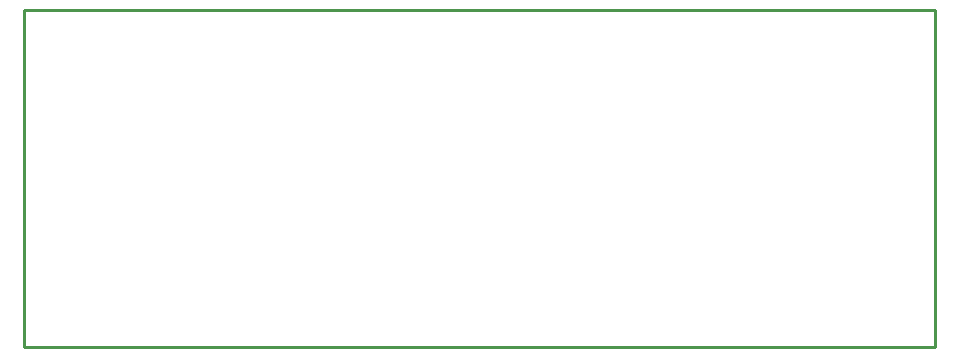
<source format=gbr>
G04 EAGLE Gerber RS-274X export*
G75*
%MOMM*%
%FSLAX34Y34*%
%LPD*%
%IN*%
%IPPOS*%
%AMOC8*
5,1,8,0,0,1.08239X$1,22.5*%
G01*
%ADD10C,0.254000*%


D10*
X0Y0D02*
X771400Y0D01*
X771400Y285650D01*
X0Y285650D01*
X0Y0D01*
M02*

</source>
